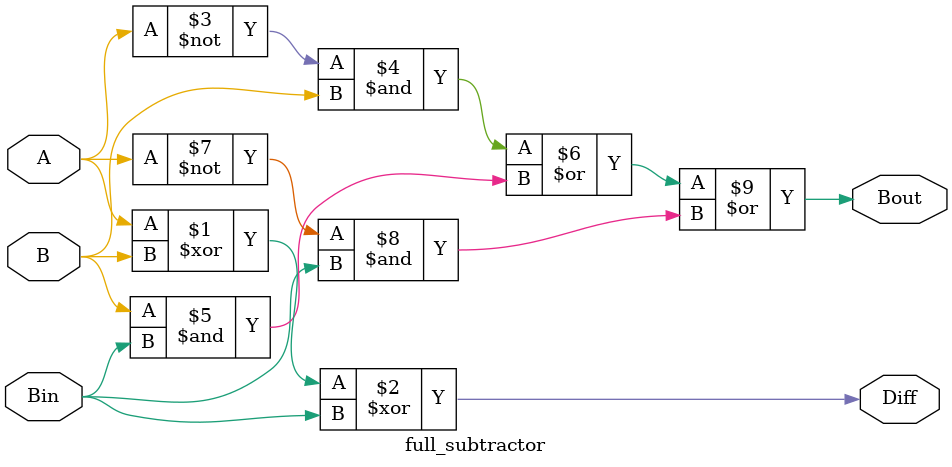
<source format=sv>
module full_subtractor(
    input  A, B, Bin,
    output  Diff, Bout
);
assign Diff = A ^ B ^ Bin;
assign Bout = (~A & B) | (B & Bin) | (~A & Bin);

endmodule

</source>
